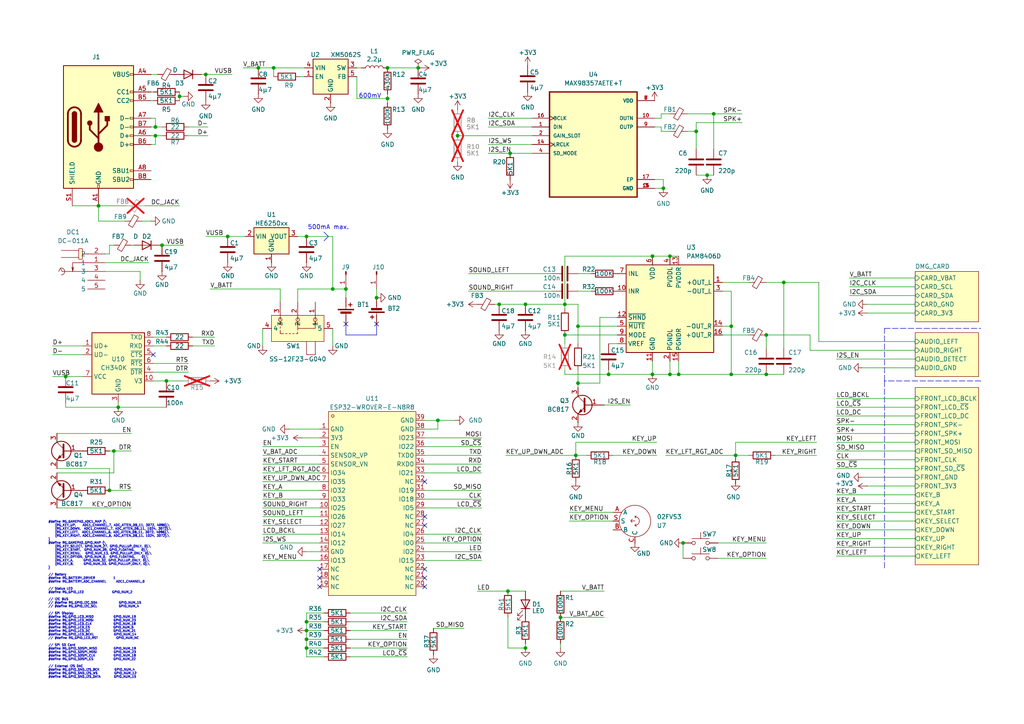
<source format=kicad_sch>
(kicad_sch (version 20231120) (generator "eeschema") (generator_version "8.0")
  (paper "A4")
  (junction (at 144.78 88.265))
  (junction (at 205.105 50.8))
  (junction (at 194.31 108.585))
  (junction (at 74.93 19.685))
  (junction (at 222.25 108.585))
  (junction (at 112.395 28.575) (diameter 0.9144))
  (junction (at 100.33 83.82))
  (junction (at 189.23 108.585))
  (junction (at 152.4 88.265))
  (junction (at 48.26 110.49))
  (junction (at 147.955 44.45))
  (junction (at 79.375 19.685))
  (junction (at 198.12 157.48))
  (junction (at 167.005 132.08))
  (junction (at 31.75 142.24))
  (junction (at 196.85 108.585))
  (junction (at 46.99 71.12))
  (junction (at 121.285 19.685) (diameter 0.9144))
  (junction (at 66.04 68.58))
  (junction (at 167.64 111.125))
  (junction (at 201.93 38.1))
  (junction (at 34.29 118.11))
  (junction (at 45.085 36.83))
  (junction (at 222.25 97.155))
  (junction (at 207.01 33.02))
  (junction (at 88.9 180.34))
  (junction (at 52.07 27.94))
  (junction (at 33.02 130.81))
  (junction (at 127 121.92))
  (junction (at 212.09 108.585))
  (junction (at 162.56 179.07))
  (junction (at 163.83 88.265))
  (junction (at 88.9 187.96))
  (junction (at 59.69 21.59))
  (junction (at 167.64 94.615))
  (junction (at 28.575 59.69))
  (junction (at 213.36 132.08))
  (junction (at 227.33 81.915))
  (junction (at 212.09 94.615))
  (junction (at 109.22 86.36))
  (junction (at 189.23 74.295))
  (junction (at 88.9 185.42))
  (junction (at 163.83 97.155))
  (junction (at 194.31 74.295))
  (junction (at 88.9 182.88))
  (junction (at 152.4 187.96))
  (junction (at 147.32 171.45))
  (junction (at 88.9 68.58))
  (junction (at 19.05 109.22))
  (junction (at 176.53 108.585))
  (junction (at 96.52 83.82))
  (junction (at 192.405 54.61))
  (junction (at 132.715 39.37))
  (junction (at 112.395 19.685))
  (junction (at 45.085 39.37))
  (no_connect (at 92.71 170.18))
  (no_connect (at 123.19 165.1))
  (no_connect (at 92.71 167.64))
  (no_connect (at 109.22 93.98))
  (no_connect (at 100.33 93.98))
  (no_connect (at 123.19 149.86))
  (no_connect (at 123.19 167.64))
  (no_connect (at 92.71 165.1))
  (no_connect (at 123.19 170.18))
  (no_connect (at 123.19 152.4))
  (no_connect (at 123.19 139.7))
  (no_connect (at 44.45 102.87))
  (wire (pts (xy 76.2 154.94) (xy 92.71 154.94)))
  (wire (pts (xy 123.19 124.46) (xy 127 124.46)))
  (wire (pts (xy 177.8 132.08) (xy 190.5 132.08)))
  (wire (pts (xy 213.36 132.08) (xy 217.17 132.08)))
  (wire (pts (xy 86.36 83.82) (xy 96.52 83.82)))
  (wire (pts (xy 191.77 33.02) (xy 191.77 34.29)))
  (wire (pts (xy 38.1 71.12) (xy 38.735 71.12)))
  (wire (pts (xy 147.955 44.45) (xy 154.305 44.45)))
  (wire (pts (xy 31.75 142.24) (xy 38.1 142.24)))
  (wire (pts (xy 76.2 95.25) (xy 76.2 100.33)))
  (wire (pts (xy 79.375 19.685) (xy 88.265 19.685)))
  (wire (pts (xy 242.57 115.57) (xy 265.43 115.57)))
  (wire (pts (xy 45.085 34.29) (xy 45.085 36.83)))
  (wire (pts (xy 44.45 110.49) (xy 48.26 110.49)))
  (wire (pts (xy 246.38 85.725) (xy 265.43 85.725)))
  (wire (pts (xy 163.83 99.695) (xy 163.83 97.155)))
  (wire (pts (xy 38.1 147.32) (xy 16.51 147.32)))
  (wire (pts (xy 96.52 68.58) (xy 96.52 83.82)))
  (wire (pts (xy 190.5 128.27) (xy 167.005 128.27)))
  (wire (pts (xy 207.01 33.02) (xy 207.01 43.18)))
  (wire (pts (xy 53.34 27.94) (xy 52.07 27.94)))
  (wire (pts (xy 31.75 71.12) (xy 31.75 73.66)))
  (wire (pts (xy 242.57 143.51) (xy 265.43 143.51)))
  (wire (pts (xy 52.07 27.94) (xy 52.07 29.21)))
  (wire (pts (xy 167.64 84.455) (xy 171.45 84.455)))
  (wire (pts (xy 87.63 127) (xy 92.71 127)))
  (wire (pts (xy 201.93 35.56) (xy 215.265 35.56)))
  (wire (pts (xy 76.2 162.56) (xy 92.71 162.56)))
  (wire (pts (xy 189.23 74.295) (xy 194.31 74.295)))
  (wire (pts (xy 28.575 59.69) (xy 36.83 59.69)))
  (wire (pts (xy 44.45 100.33) (xy 48.26 100.33)))
  (wire (pts (xy 59.69 21.59) (xy 67.31 21.59)))
  (wire (pts (xy 70.485 19.685) (xy 74.93 19.685)))
  (wire (pts (xy 123.19 154.94) (xy 139.7 154.94)))
  (wire (pts (xy 101.6 187.96) (xy 118.11 187.96)))
  (wire (pts (xy 138.43 171.45) (xy 147.32 171.45)))
  (wire (pts (xy 242.57 161.29) (xy 265.43 161.29)))
  (wire (pts (xy 43.815 21.59) (xy 45.72 21.59)))
  (wire (pts (xy 86.36 68.58) (xy 88.9 68.58)))
  (wire (pts (xy 55.88 100.33) (xy 62.23 100.33)))
  (wire (pts (xy 141.605 44.45) (xy 147.955 44.45)))
  (wire (pts (xy 123.19 134.62) (xy 139.7 134.62)))
  (wire (pts (xy 30.48 76.2) (xy 43.18 76.2)))
  (wire (pts (xy 53.34 110.49) (xy 48.26 110.49)))
  (wire (pts (xy 20.955 59.69) (xy 28.575 59.69)))
  (polyline (pts (xy 93.98 67.31) (xy 95.25 68.58)))
  (wire (pts (xy 93.98 185.42) (xy 88.9 185.42)))
  (wire (pts (xy 242.57 128.27) (xy 265.43 128.27)))
  (wire (pts (xy 123.19 129.54) (xy 139.7 129.54)))
  (wire (pts (xy 147.32 179.07) (xy 147.32 187.96)))
  (wire (pts (xy 162.56 171.45) (xy 175.26 171.45)))
  (wire (pts (xy 44.45 105.41) (xy 54.61 105.41)))
  (wire (pts (xy 123.19 162.56) (xy 139.7 162.56)))
  (wire (pts (xy 189.865 52.07) (xy 192.405 52.07)))
  (wire (pts (xy 76.2 139.7) (xy 92.71 139.7)))
  (wire (pts (xy 265.43 99.06) (xy 237.49 99.06)))
  (wire (pts (xy 167.005 132.08) (xy 170.18 132.08)))
  (wire (pts (xy 30.48 78.74) (xy 40.64 78.74)))
  (wire (pts (xy 112.395 28.575) (xy 112.395 29.845)))
  (wire (pts (xy 88.9 182.88) (xy 88.9 185.42)))
  (wire (pts (xy 127 124.46) (xy 127 121.92)))
  (wire (pts (xy 76.2 132.08) (xy 92.71 132.08)))
  (wire (pts (xy 147.32 171.45) (xy 152.4 171.45)))
  (wire (pts (xy 222.25 108.585) (xy 227.33 108.585)))
  (wire (pts (xy 76.2 152.4) (xy 92.71 152.4)))
  (wire (pts (xy 194.31 33.02) (xy 191.77 33.02)))
  (wire (pts (xy 165.1 151.13) (xy 177.8 151.13)))
  (wire (pts (xy 31.75 130.81) (xy 33.02 130.81)))
  (wire (pts (xy 154.305 41.91) (xy 141.605 41.91)))
  (wire (pts (xy 15.24 109.22) (xy 19.05 109.22)))
  (wire (pts (xy 176.53 99.695) (xy 179.07 99.695)))
  (wire (pts (xy 242.57 104.14) (xy 265.43 104.14)))
  (wire (pts (xy 199.39 33.02) (xy 207.01 33.02)))
  (wire (pts (xy 16.51 135.89) (xy 31.75 135.89)))
  (wire (pts (xy 234.95 101.6) (xy 234.95 97.155)))
  (wire (pts (xy 208.28 157.48) (xy 222.25 157.48)))
  (polyline (pts (xy 256.54 95.25) (xy 284.48 95.25)) (stroke (width 0) (type dash)))
  (wire (pts (xy 54.61 36.83) (xy 60.325 36.83)))
  (wire (pts (xy 189.23 104.775) (xy 189.23 108.585)))
  (wire (pts (xy 234.95 97.155) (xy 222.25 97.155)))
  (wire (pts (xy 19.05 118.11) (xy 19.05 116.84)))
  (wire (pts (xy 167.64 94.615) (xy 167.64 99.695)))
  (wire (pts (xy 189.23 108.585) (xy 176.53 108.585)))
  (wire (pts (xy 125.73 182.245) (xy 134.62 182.245)))
  (wire (pts (xy 242.57 120.65) (xy 265.43 120.65)))
  (wire (pts (xy 93.98 190.5) (xy 88.9 190.5)))
  (wire (pts (xy 15.24 102.87) (xy 24.13 102.87)))
  (wire (pts (xy 135.89 84.455) (xy 160.02 84.455)))
  (wire (pts (xy 123.19 137.16) (xy 139.7 137.16)))
  (wire (pts (xy 88.9 160.02) (xy 92.71 160.02)))
  (wire (pts (xy 147.32 187.96) (xy 152.4 187.96)))
  (wire (pts (xy 167.005 128.27) (xy 167.005 132.08)))
  (wire (pts (xy 123.19 121.92) (xy 127 121.92)))
  (wire (pts (xy 173.99 111.125) (xy 173.99 92.075)))
  (wire (pts (xy 123.19 132.08) (xy 139.7 132.08)))
  (wire (pts (xy 213.36 128.27) (xy 213.36 132.08)))
  (wire (pts (xy 163.83 74.295) (xy 189.23 74.295)))
  (wire (pts (xy 242.57 130.81) (xy 265.43 130.81)))
  (wire (pts (xy 45.085 39.37) (xy 45.085 41.91)))
  (wire (pts (xy 176.53 107.315) (xy 176.53 108.585)))
  (wire (pts (xy 207.01 33.02) (xy 215.265 33.02)))
  (wire (pts (xy 31.75 73.66) (xy 30.48 73.66)))
  (wire (pts (xy 242.57 146.05) (xy 265.43 146.05)))
  (wire (pts (xy 242.57 125.73) (xy 265.43 125.73)))
  (wire (pts (xy 167.64 111.125) (xy 167.64 112.395)))
  (wire (pts (xy 76.2 142.24) (xy 92.71 142.24)))
  (wire (pts (xy 212.09 108.585) (xy 222.25 108.585)))
  (wire (pts (xy 250.19 106.68) (xy 265.43 106.68)))
  (wire (pts (xy 33.02 130.81) (xy 33.02 137.16)))
  (wire (pts (xy 15.24 100.33) (xy 24.13 100.33)))
  (wire (pts (xy 76.2 147.32) (xy 92.71 147.32)))
  (wire (pts (xy 209.55 97.155) (xy 217.17 97.155)))
  (wire (pts (xy 191.77 36.83) (xy 189.865 36.83)))
  (wire (pts (xy 93.98 182.88) (xy 88.9 182.88)))
  (wire (pts (xy 196.85 108.585) (xy 212.09 108.585)))
  (wire (pts (xy 55.88 97.79) (xy 62.23 97.79)))
  (wire (pts (xy 167.64 88.265) (xy 163.83 88.265)))
  (wire (pts (xy 179.07 94.615) (xy 167.64 94.615)))
  (wire (pts (xy 43.815 39.37) (xy 45.085 39.37)))
  (wire (pts (xy 93.98 180.34) (xy 88.9 180.34)))
  (wire (pts (xy 45.085 36.83) (xy 46.99 36.83)))
  (wire (pts (xy 167.64 79.375) (xy 171.45 79.375)))
  (wire (pts (xy 43.815 36.83) (xy 45.085 36.83)))
  (wire (pts (xy 76.2 157.48) (xy 92.71 157.48)))
  (wire (pts (xy 212.09 84.455) (xy 212.09 94.615)))
  (wire (pts (xy 43.815 29.21) (xy 44.45 29.21)))
  (wire (pts (xy 81.28 87.63) (xy 81.28 83.82)))
  (wire (pts (xy 192.405 52.07) (xy 192.405 54.61)))
  (wire (pts (xy 163.83 97.155) (xy 179.07 97.155)))
  (wire (pts (xy 28.575 59.69) (xy 28.575 64.135)))
  (wire (pts (xy 101.6 182.88) (xy 118.11 182.88)))
  (wire (pts (xy 93.98 177.8) (xy 88.9 177.8)))
  (wire (pts (xy 88.9 187.96) (xy 88.9 185.42)))
  (wire (pts (xy 246.38 83.185) (xy 265.43 83.185)))
  (wire (pts (xy 36.195 64.135) (xy 28.575 64.135)))
  (wire (pts (xy 44.45 97.79) (xy 48.26 97.79)))
  (wire (pts (xy 162.56 179.07) (xy 175.26 179.07)))
  (wire (pts (xy 251.46 88.265) (xy 265.43 88.265)))
  (wire (pts (xy 58.42 21.59) (xy 59.69 21.59)))
  (wire (pts (xy 196.85 104.775) (xy 196.85 108.585)))
  (wire (pts (xy 86.36 83.82) (xy 86.36 87.63)))
  (wire (pts (xy 46.99 71.12) (xy 53.34 71.12)))
  (wire (pts (xy 76.2 137.16) (xy 92.71 137.16)))
  (wire (pts (xy 86.995 22.225) (xy 88.265 22.225)))
  (wire (pts (xy 167.64 111.125) (xy 173.99 111.125)))
  (wire (pts (xy 194.31 38.1) (xy 191.77 38.1)))
  (wire (pts (xy 127 121.92) (xy 132.08 121.92)))
  (wire (pts (xy 237.49 99.06) (xy 237.49 81.915)))
  (wire (pts (xy 43.815 64.135) (xy 41.275 64.135)))
  (wire (pts (xy 224.79 132.08) (xy 236.855 132.08)))
  (wire (pts (xy 242.57 133.35) (xy 265.43 133.35)))
  (wire (pts (xy 76.2 134.62) (xy 92.71 134.62)))
  (wire (pts (xy 201.93 38.1) (xy 201.93 43.18)))
  (wire (pts (xy 242.57 118.11) (xy 265.43 118.11)))
  (wire (pts (xy 123.19 157.48) (xy 139.7 157.48)))
  (wire (pts (xy 167.64 107.315) (xy 167.64 111.125)))
  (wire (pts (xy 109.22 83.82) (xy 109.22 86.36)))
  (wire (pts (xy 242.57 158.75) (xy 265.43 158.75)))
  (wire (pts (xy 33.02 71.12) (xy 31.75 71.12)))
  (polyline (pts (xy 100.33 97.155) (xy 109.22 97.155)))
  (wire (pts (xy 101.6 185.42) (xy 118.11 185.42)))
  (wire (pts (xy 76.2 149.86) (xy 92.71 149.86)))
  (wire (pts (xy 31.75 135.89) (xy 31.75 142.24)))
  (wire (pts (xy 175.26 117.475) (xy 182.88 117.475)))
  (wire (pts (xy 163.83 107.315) (xy 163.83 108.585)))
  (wire (pts (xy 46.355 71.12) (xy 46.99 71.12)))
  (wire (pts (xy 48.26 118.11) (xy 34.29 118.11)))
  (wire (pts (xy 152.4 88.265) (xy 163.83 88.265)))
  (wire (pts (xy 144.78 88.265) (xy 152.4 88.265)))
  (wire (pts (xy 43.815 26.67) (xy 44.45 26.67)))
  (wire (pts (xy 250.19 138.43) (xy 265.43 138.43)))
  (wire (pts (xy 208.28 161.925) (xy 222.25 161.925)))
  (wire (pts (xy 132.715 39.37) (xy 154.305 39.37)))
  (wire (pts (xy 242.57 135.89) (xy 265.43 135.89)))
  (wire (pts (xy 251.46 140.97) (xy 265.43 140.97)))
  (wire (pts (xy 196.85 108.585) (xy 194.31 108.585)))
  (wire (pts (xy 101.6 180.34) (xy 118.11 180.34)))
  (wire (pts (xy 201.93 50.8) (xy 205.105 50.8)))
  (wire (pts (xy 189.865 54.61) (xy 192.405 54.61)))
  (wire (pts (xy 165.1 148.59) (xy 177.8 148.59)))
  (wire (pts (xy 222.25 81.915) (xy 227.33 81.915)))
  (wire (pts (xy 198.12 157.48) (xy 198.12 161.925)))
  (wire (pts (xy 201.93 35.56) (xy 201.93 38.1)))
  (wire (pts (xy 194.31 104.775) (xy 194.31 108.585)))
  (wire (pts (xy 196.85 74.295) (xy 194.31 74.295)))
  (wire (pts (xy 227.33 81.915) (xy 227.33 100.965)))
  (wire (pts (xy 101.6 190.5) (xy 118.11 190.5)))
  (wire (pts (xy 242.57 123.19) (xy 265.43 123.19)))
  (wire (pts (xy 88.9 180.34) (xy 88.9 182.88)))
  (wire (pts (xy 88.9 190.5) (xy 88.9 187.96)))
  (wire (pts (xy 173.99 92.075) (xy 179.07 92.075)))
  (wire (pts (xy 59.69 68.58) (xy 66.04 68.58)))
  (wire (pts (xy 96.52 95.25) (xy 96.52 100.33)))
  (wire (pts (xy 100.33 86.36) (xy 100.33 83.82)))
  (wire (pts (xy 212.09 94.615) (xy 209.55 94.615)))
  (wire (pts (xy 45.085 39.37) (xy 46.99 39.37)))
  (polyline (pts (xy 100.33 93.98) (xy 100.33 97.155)))
  (wire (pts (xy 167.64 94.615) (xy 167.64 88.265)))
  (wire (pts (xy 242.57 148.59) (xy 265.43 148.59)))
  (wire (pts (xy 209.55 84.455) (xy 212.09 84.455)))
  (wire (pts (xy 43.815 34.29) (xy 45.085 34.29)))
  (wire (pts (xy 88.9 68.58) (xy 96.52 68.58)))
  (wire (pts (xy 44.45 107.95) (xy 54.61 107.95)))
  (wire (pts (xy 76.2 144.78) (xy 92.71 144.78)))
  (wire (pts (xy 103.505 22.225) (xy 103.505 28.575)))
  (wire (pts (xy 101.6 177.8) (xy 118.11 177.8)))
  (wire (pts (xy 194.31 108.585) (xy 189.23 108.585)))
  (wire (pts (xy 76.2 129.54) (xy 92.71 129.54)))
  (wire (pts (xy 34.29 118.11) (xy 19.05 118.11)))
  (wire (pts (xy 191.77 38.1) (xy 191.77 36.83)))
  (wire (pts (xy 152.4 187.96) (xy 152.4 186.69)))
  (wire (pts (xy 251.46 90.805) (xy 265.43 90.805)))
  (wire (pts (xy 123.19 144.78) (xy 139.7 144.78)))
  (wire (pts (xy 19.05 109.22) (xy 24.13 109.22)))
  (wire (pts (xy 237.49 81.915) (xy 227.33 81.915)))
  (wire (pts (xy 16.51 125.73) (xy 38.1 125.73)))
  (polyline (pts (xy 93.98 69.85) (xy 95.25 68.58)))
  (wire (pts (xy 104.775 19.685) (xy 103.505 19.685)))
  (wire (pts (xy 79.375 19.685) (xy 79.375 22.225)))
  (polyline (pts (xy 256.54 110.49) (xy 256.54 95.25)) (stroke (width 0) (type dash)))
  (wire (pts (xy 191.77 34.29) (xy 189.865 34.29)))
  (wire (pts (xy 112.395 19.685) (xy 121.285 19.685)))
  (wire (pts (xy 242.57 151.13) (xy 265.43 151.13)))
  (wire (pts (xy 34.29 118.11) (xy 34.29 116.84)))
  (wire (pts (xy 66.04 68.58) (xy 71.12 68.58)))
  (wire (pts (xy 121.92 19.685) (xy 121.285 19.685)))
  (wire (pts (xy 205.105 50.8) (xy 207.01 50.8)))
  (wire (pts (xy 146.685 132.08) (xy 167.005 132.08)))
  (wire (pts (xy 236.855 128.27) (xy 213.36 128.27)))
  (wire (pts (xy 154.305 36.83) (xy 141.605 36.83)))
  (wire (pts (xy 96.52 83.82) (xy 100.33 83.82)))
  (wire (pts (xy 163.83 74.295) (xy 163.83 88.265)))
  (wire (pts (xy 41.91 59.69) (xy 52.07 59.69)))
  (wire (pts (xy 209.55 81.915) (xy 217.17 81.915)))
  (wire (pts (xy 246.38 80.645) (xy 265.43 80.645)))
  (wire (pts (xy 265.43 101.6) (xy 234.95 101.6)))
  (wire (pts (xy 163.83 88.265) (xy 163.83 89.535)))
  (wire (pts (xy 88.9 177.8) (xy 88.9 180.34)))
  (wire (pts (xy 54.61 39.37) (xy 60.325 39.37)))
  (wire (pts (xy 163.83 108.585) (xy 176.53 108.585)))
  (wire (pts (xy 154.305 34.29) (xy 141.605 34.29)))
  (wire (pts (xy 193.04 132.08) (xy 213.36 132.08)))
  (wire (pts (xy 33.02 130.81) (xy 38.1 130.81)))
  (polyline (pts (xy 284.48 110.49) (xy 256.54 110.49)) (stroke (width 0) (type dash)))
  (wire (pts (xy 213.36 140.335) (xy 213.36 139.7)))
  (wire (pts (xy 74.93 19.685) (xy 79.375 19.685)))
  (wire (pts (xy 60.96 83.82) (xy 81.28 83.82)))
  (wire (pts (xy 242.57 156.21) (xy 265.43 156.21)))
  (wire (pts (xy 103.505 28.575) (xy 112.395 28.575)))
  (polyline (pts (xy 109.22 93.98) (xy 109.22 97.155)))
  (wire (pts (xy 123.19 160.02) (xy 139.7 160.02)))
  (wire (pts (xy 162.56 187.96) (xy 162.56 186.69)))
  (wire (pts (xy 123.19 147.32) (xy 139.7 147.32)))
  (wire (pts (xy 43.815 41.91) (xy 45.085 41.91)))
  (wire (pts (xy 83.82 124.46) (xy 92.71 124.46)))
  (wire (pts (xy 112.395 27.305) (xy 112.395 28.575)))
  (wire (pts (xy 143.51 88.265) (xy 144.78 88.265)))
  (wire (pts (xy 16.51 137.16) (xy 33.02 137.16)))
  (wire (pts (xy 123.19 127) (xy 139.7 127)))
  (wire (pts (xy 123.19 142.24) (xy 139.7 142.24)))
  (wire (pts (xy 135.89 79.375) (xy 160.02 79.375)))
  (wire (pts (xy 199.39 38.1) (xy 201.93 38.1)))
  (wire (pts (xy 242.57 153.67) (xy 265.43 153.67)))
  (wire (pts (xy 93.98 187.96) (xy 88.9 187.96)))
  (wire (pts (xy 40.64 81.28) (xy 40.64 78.74)))
  (wire (pts (xy 213.36 132.715) (xy 213.36 132.08)))
  (wire (pts (xy 222.25 97.155) (xy 222.25 100.965)))
  (wire (pts (xy 52.07 26.67) (xy 52.07 27.94)))
  (polyline (pts (xy 256.54 110.49) (xy 256.54 165.1)) (stroke (width 0) (type dash)))
  (wire (pts (xy 212.09 94.615) (xy 212.09 108.585)))
  (text "600mV" (at 107.315 27.94 0) (effects (font (size 1.27 1.27))))
  (text "#define RG_GAMEPAD_ADC1_MAP {\\\n    {RG_KEY_UP,    ADC1_CHANNEL_7, ADC_ATTEN_DB_11, 3072, 4096},\\\n    {RG_KEY_DOWN,  ADC1_CHANNEL_7, ADC_ATTEN_DB_11, 1024, 3072},\\\n    {RG_KEY_LEFT,  ADC1_CHANNEL_6, ADC_ATTEN_DB_11, 3072, 4096},\\\n    {RG_KEY_RIGHT, ADC1_CHANNEL_6, ADC_ATTEN_DB_11, 1024, 3072},\\\n}\n#define RG_GAMEPAD_GPIO_MAP {\\\n    {RG_KEY_SELECT, GPIO_NUM_27, GPIO_PULLUP_ONLY, 0},\\\n    {RG_KEY_START,  GPIO_NUM_39, GPIO_FLOATING,    0},\\\n    {RG_KEY_MENU,   GPIO_NUM_13, GPIO_PULLUP_ONLY, 0},\\\n    {RG_KEY_OPTION, GPIO_NUM_0,  GPIO_FLOATING,    0},\\\n    {RG_KEY_A,      GPIO_NUM_32, GPIO_PULLUP_ONLY, 0},\\\n    {RG_KEY_B,      GPIO_NUM_33, GPIO_PULLUP_ONLY, 0},\\\n}\n\n// Battery\n#define RG_BATTERY_DRIVER           1\n#define RG_BATTERY_ADC_CHANNEL      ADC1_CHANNEL_0\n\n// Status LED\n#define RG_GPIO_LED                 GPIO_NUM_2\n\n// I2C BUS\n// #define RG_GPIO_I2C_SDA             GPIO_NUM_15\n// #define RG_GPIO_I2C_SCL             GPIO_NUM_4\n\n// SPI Display\n#define RG_GPIO_LCD_MISO            GPIO_NUM_19\n#define RG_GPIO_LCD_MOSI            GPIO_NUM_23\n#define RG_GPIO_LCD_CLK             GPIO_NUM_18\n#define RG_GPIO_LCD_CS              GPIO_NUM_5\n#define RG_GPIO_LCD_DC              GPIO_NUM_21\n#define RG_GPIO_LCD_BCKL            GPIO_NUM_14\n// #define RG_GPIO_LCD_RST           GPIO_NUM_NC\n\n// SPI SD Card\n#define RG_GPIO_SDSPI_MISO          GPIO_NUM_19\n#define RG_GPIO_SDSPI_MOSI          GPIO_NUM_23\n#define RG_GPIO_SDSPI_CLK           GPIO_NUM_18\n#define RG_GPIO_SDSPI_CS            GPIO_NUM_22\n\n// External I2S DAC\n#define RG_GPIO_SND_I2S_BCK         GPIO_NUM_4\n#define RG_GPIO_SND_I2S_WS          GPIO_NUM_12\n#define RG_GPIO_SND_I2S_DATA        GPIO_NUM_15" (at 13.97 173.99 0) (effects (font (size 0.635 0.635)) (justify left)))
  (text "500mA max." (at 95.25 66.04 0) (effects (font (size 1.27 1.27))))
  (label "I2C_SDA" (at 246.38 85.725 0))
  (label "V_BATT" (at 175.26 171.45 180))
  (label "KEY_LFT_RGT_ADC" (at 76.2 137.16 0))
  (label "VUSB" (at 15.24 109.22 0))
  (label "I2C_CLK" (at 141.605 34.29 0))
  (label "RXD" (at 62.23 97.79 180))
  (label "DTR" (at 54.61 107.95 180))
  (label "KEY_RIGHT" (at 236.855 132.08 180))
  (label "V_BAT_ADC" (at 175.26 179.07 180))
  (label "I2C_CLK" (at 139.7 154.94 180))
  (label "VUSB" (at 59.69 68.58 0))
  (label "D+" (at 15.24 100.33 0))
  (label "CLK" (at 139.7 144.78 180))
  (label "SD_MISO" (at 139.7 142.24 180))
  (label "SPK+" (at 242.57 125.73 0))
  (label "TXD" (at 62.23 100.33 180))
  (label "EN" (at 76.2 129.54 0))
  (label "LED" (at 138.43 171.45 0))
  (label "EN" (at 38.1 125.73 180))
  (label "KEY_RIGHT" (at 242.57 158.75 0))
  (label "RXD" (at 139.7 134.62 180))
  (label "I2S_EN" (at 141.605 44.45 0))
  (label "KEY_LEFT" (at 236.855 128.27 180))
  (label "KEY_UP_DWN_ADC" (at 76.2 139.7 0))
  (label "SOUND_LEFT" (at 135.89 79.375 0))
  (label "I2C_SDA" (at 141.605 36.83 0))
  (label "KEY_DOWN" (at 190.5 132.08 180))
  (label "MOSI" (at 139.7 127 180))
  (label "SPK-" (at 215.265 33.02 180))
  (label "DTR" (at 38.1 130.81 180))
  (label "KEY_LEFT" (at 242.57 161.29 0))
  (label "LCD_BCKL" (at 76.2 154.94 0))
  (label "KEY_SELECT" (at 76.2 152.4 0))
  (label "SOUND_LEFT" (at 76.2 149.86 0))
  (label "EN" (at 118.11 185.42 180))
  (label "LCD_DC" (at 139.7 137.16 180))
  (label "SD_MISO" (at 242.57 130.81 0))
  (label "LED" (at 139.7 160.02 180))
  (label "TXD" (at 139.7 132.08 180))
  (label "DC_JACK" (at 43.18 76.2 180))
  (label "LCD_BCKL" (at 242.57 115.57 0))
  (label "KEY_B" (at 242.57 143.51 0))
  (label "KEY_OPTION" (at 165.1 151.13 0))
  (label "KEY_OPTION" (at 222.25 161.925 180))
  (label "KEY_A" (at 76.2 142.24 0))
  (label "I2S_WS" (at 141.605 41.91 0))
  (label "SD_MISO" (at 134.62 182.245 180))
  (label "V_BATT" (at 70.485 19.685 0))
  (label "SD_~{CS}" (at 139.7 129.54 180))
  (label "KEY_MENU" (at 165.1 148.59 0))
  (label "KEY_UP" (at 190.5 128.27 180))
  (label "CLK" (at 242.57 133.35 0))
  (label "D-" (at 15.24 102.87 0))
  (label "I2C_SDA" (at 118.11 180.34 180))
  (label "RTS" (at 38.1 142.24 180))
  (label "MOSI" (at 242.57 128.27 0))
  (label "I2S_WS" (at 76.2 157.48 0))
  (label "KEY_A" (at 242.57 146.05 0))
  (label "I2C_CLK" (at 246.38 83.185 0))
  (label "KEY_UP_DWN_ADC" (at 146.685 132.08 0))
  (label "RTS" (at 54.61 105.41 180))
  (label "SPK-" (at 242.57 123.19 0))
  (label "V_BATT" (at 60.96 83.82 0))
  (label "KEY_MENU" (at 76.2 162.56 0))
  (label "VUSB" (at 53.34 71.12 180))
  (label "KEY_MENU" (at 222.25 157.48 180))
  (label "LCD_DC" (at 242.57 120.65 0))
  (label "V_BAT_ADC" (at 76.2 132.08 0))
  (label "I2C_SDA" (at 139.7 162.56 180))
  (label "KEY_OPTION" (at 38.1 147.32 180))
  (label "KEY_LFT_RGT_ADC" (at 193.04 132.08 0))
  (label "SOUND_RIGHT" (at 76.2 147.32 0))
  (label "LCD_~{CS}" (at 139.7 147.32 180))
  (label "SOUND_RIGHT" (at 135.89 84.455 0))
  (label "KEY_SELECT" (at 242.57 151.13 0))
  (label "LCD_~{CS}" (at 242.57 118.11 0))
  (label "SD_~{CS}" (at 242.57 135.89 0))
  (label "KEY_OPTION" (at 139.7 157.48 180))
  (label "KEY_B" (at 76.2 144.78 0))
  (label "D-" (at 60.325 36.83 180))
  (label "I2S_EN" (at 242.57 104.14 0))
  (label "V_BATT" (at 246.38 80.645 0))
  (label "SPK+" (at 215.265 35.56 180))
  (label "KEY_START" (at 242.57 148.59 0))
  (label "I2S_EN" (at 182.88 117.475 180))
  (label "KEY_START" (at 118.11 182.88 180))
  (label "KEY_OPTION" (at 118.11 187.96 180))
  (label "DC_JACK" (at 52.07 59.69 180))
  (label "KEY_START" (at 76.2 134.62 0))
  (label "I2C_CLK" (at 118.11 177.8 180))
  (label "KEY_DOWN" (at 242.57 153.67 0))
  (label "KEY_UP" (at 242.57 156.21 0))
  (label "LCD_~{CS}" (at 118.11 190.5 180))
  (label "D+" (at 60.325 39.37 180))
  (label "VUSB" (at 67.31 21.59 180))
  (symbol (lib_id "Device:FerriteBead_Small") (at 196.85 38.1 90) (unit 1)
    (property "Reference" "FB2" (at 194.31 36.83 90))
    (property "Value" "FerriteBead_Small" (effects (hide yes)))
    (property "Footprint" "Inductor_SMD:L_0805_2012Metric" (effects (hide yes)))
  )
  (symbol (lib_id "Device:LED") (at 152.4 175.26 270) (mirror x) (unit 1)
    (property "Reference" "D1" (at 154.305 175.26 90) (effects (justify left)))
    (property "Value" "LED" (at 154.305 177.165 90) (effects (justify left)))
    (property "Footprint" "LED_SMD:LED_0603_1608Metric" (effects (hide yes)))
    (property "Description" "Light emitting diode" (effects (hide yes)))
  )
  (symbol (lib_id "power:+3V3") (at 251.46 140.97 90) (mirror x) (unit 1)
    (property "Reference" "#PWR026" (effects (hide yes)))
    (property "Value" "+3V3" (at 247.523 140.208 90) (effects (justify left)))
  )
  (symbol (lib_id "easyeda2kicad:DC-011A") (at 24.13 76.2 0) (unit 1)
    (property "Reference" "DC1" (at 21.21 67.31 0))
    (property "Value" "DC-011A" (at 21.21 69.85 0))
    (property "Footprint" "easyeda2kicad:DC-IN-TH_DC-011A" (effects (hide yes)))
    (property "Datasheet" "https://www.lcsc.com/datasheet/lcsc_datasheet_2110111230_XKB-Connection-DC-011A_C480366.pdf" (effects (hide yes)))
    (property "LCSC Part" "C480366" (effects (hide yes)))
  )
  (symbol (lib_id "Connector:Conn_01x01_Pin") (at 100.33 78.74 270) (unit 1)
    (property "Reference" "J9" (at 99.06 77.47 90) (effects (justify left)))
    (property "Value" "Conn_01x01_Pin" (effects (hide yes)))
    (property "Footprint" "TheBrutzlers_Lib:NINTENDO_PLUS" (effects (hide yes)))
    (property "Description" "Generic connector, single row, 01x01, script generated" (effects (hide yes)))
  )
  (symbol (lib_id "Device:C") (at 19.05 113.03 0) (unit 1)
    (property "Reference" "C11" (at 19.05 111.125 0) (effects (justify left)))
    (property "Value" "4µ7" (at 19.05 115.57 0) (effects (justify left)))
    (property "Footprint" "Capacitor_SMD:C_1206_3216Metric" (effects (hide yes)))
  )
  (symbol (lib_id "Device:C") (at 59.69 25.4 0) (unit 1)
    (property "Reference" "C2" (at 60.325 23.495 0) (effects (justify left)))
    (property "Value" "4µ7" (at 60.325 27.94 0) (effects (justify left)))
    (property "Footprint" "Capacitor_SMD:C_1206_3216Metric" (effects (hide yes)))
  )
  (symbol (lib_id "Device:R") (at 163.83 93.345 0) (unit 1)
    (property "Reference" "R11" (at 158.75 92.075 0) (effects (justify left)))
    (property "Value" "5K1" (at 158.75 93.9801 0) (effects (justify left)))
    (property "Footprint" "Resistor_SMD:R_0603_1608Metric" (effects (hide yes)))
    (property "LCSC" "C26000" (effects (hide yes)))
  )
  (symbol (lib_id "Regulator_Switching:TLV62568DBV") (at 95.885 22.225 0) (unit 1)
    (property "Reference" "U2" (at 91.44 15.875 0))
    (property "Value" "XM5062S" (at 100.33 15.875 0))
    (property "Footprint" "Package_TO_SOT_SMD:SOT-23-5" (effects (hide yes)))
    (property "Datasheet" "https://datasheet.lcsc.com/lcsc/2111231130_XySemi-XM5062S-ADJ_C2924930.pdf" (effects (hide yes)))
    (property "LCSC" "C2924930" (effects (hide yes)))
  )
  (symbol (lib_id "Device:R") (at 50.8 39.37 90) (unit 1)
    (property "Reference" "R7" (at 50.8 41.275 90))
    (property "Value" "22" (at 50.8 39.37 90))
    (property "Footprint" "Resistor_SMD:R_0603_1608Metric_Pad0.98x0.95mm_HandSolder" (effects (hide yes)))
  )
  (symbol (lib_id "Device:R") (at 52.07 100.33 270) (unit 1)
    (property "Reference" "R44" (at 46.99 99.06 90))
    (property "Value" "22" (at 52.07 100.33 90))
    (property "Footprint" "Resistor_SMD:R_0603_1608Metric_Pad0.98x0.95mm_HandSolder" (effects (hide yes)))
  )
  (symbol (lib_id "Device:R") (at 97.79 185.42 270) (unit 1)
    (property "Reference" "R39" (at 91.44 184.15 90))
    (property "Value" "5K1" (at 97.79 185.42 90))
    (property "Footprint" "Resistor_SMD:R_0603_1608Metric_Pad0.98x0.95mm_HandSolder" (effects (hide yes)))
  )
  (symbol (lib_id "Device:R") (at 27.94 142.24 270) (unit 1)
    (property "Reference" "R31" (at 27.94 139.7 90))
    (property "Value" "5K1" (at 27.94 142.24 90))
    (property "Footprint" "Resistor_SMD:R_0603_1608Metric_Pad0.98x0.95mm_HandSolder" (effects (hide yes)))
  )
  (symbol (lib_id "Device:R") (at 97.79 190.5 270) (unit 1)
    (property "Reference" "R42" (at 91.44 189.23 90))
    (property "Value" "5K1" (at 97.79 190.5 90))
    (property "Footprint" "Resistor_SMD:R_0603_1608Metric_Pad0.98x0.95mm_HandSolder" (effects (hide yes)))
  )
  (symbol (lib_id "power:GND") (at 167.005 139.7 0) (unit 1)
    (property "Reference" "#PWR021" (effects (hide yes)))
    (property "Value" "GND" (at 167.005 144.145 0))
    (property "Description" "Power symbol creates a global label with name \"GND\" , ground" (effects (hide yes)))
  )
  (symbol (lib_id "power:GND") (at 167.64 122.555 0) (mirror y) (unit 1)
    (property "Reference" "#PWR014" (effects (hide yes)))
    (property "Value" "GND" (at 167.64 126.365 0))
  )
  (symbol (lib_id "Device:R") (at 152.4 182.88 0) (unit 1)
    (property "Reference" "R3" (at 150.495 182.88 90))
    (property "Value" "5K1" (at 152.4 182.88 90))
    (property "Footprint" "Resistor_SMD:R_0603_1608Metric_Pad0.98x0.95mm_HandSolder" (effects (hide yes)))
  )
  (symbol (lib_id "Regulator_Linear:HT75xx-1-SOT89") (at 78.74 71.12 0) (unit 1)
    (property "Reference" "U1" (at 78.74 62.23 0))
    (property "Value" "HE6250xx" (at 78.74 64.77 0))
    (property "Footprint" "Package_TO_SOT_SMD:SOT-89-3" (effects (hide yes)))
    (property "Datasheet" "https://www.lcsc.com/datasheet/lcsc_datasheet_2007271206_HEERMICR-HE6250MPR_C711940.pdf" (effects (hide yes)))
    (property "Description" "500mA Low Dropout Voltage Regulator, Fixed Output, SOT89" (effects (hide yes)))
    (property "LCSC" "C711940" (effects (hide yes)))
  )
  (symbol (lib_id "power:GND") (at 250.19 106.68 270) (mirror x) (unit 1)
    (property "Reference" "#PWR031" (effects (hide yes)))
    (property "Value" "GND" (at 245.11 106.68 90))
  )
  (symbol (lib_id "Device:FerriteBead_Small") (at 35.56 71.12 90) (unit 1)
    (property "Reference" "FB7" (at 34.29 68.58 90))
    (property "Value" "FerriteBead_Small" (effects (hide yes)))
    (property "Footprint" "Inductor_SMD:L_0805_2012Metric" (effects (hide yes)))
  )
  (symbol (lib_id "power:GND") (at 59.69 29.21 0) (unit 1)
    (property "Reference" "#PWR07" (effects (hide yes)))
    (property "Value" "GND" (at 59.69 33.655 0))
    (property "Description" "Power symbol creates a global label with name \"GND\" , ground" (effects (hide yes)))
  )
  (symbol (lib_id "power:GND") (at 162.56 187.96 0) (unit 1)
    (property "Reference" "#PWR02" (effects (hide yes)))
    (property "Value" "GND" (at 162.56 192.405 0))
    (property "Description" "Power symbol creates a global label with name \"GND\" , ground" (effects (hide yes)))
  )
  (symbol (lib_id "power:+3V3") (at 132.715 31.75 0) (unit 1)
    (property "Reference" "#PWR034" (effects (hide yes)))
    (property "Value" "+3V3" (at 132.715 27.94 0))
    (property "Description" "Power symbol creates a global label with name \"+3V3\"" (effects (hide yes)))
  )
  (symbol (lib_id "Device:C") (at 207.01 46.99 180) (unit 1)
    (property "Reference" "C7" (at 208.28 44.45 0) (effects (justify right)))
    (property "Value" "220p" (at 208.28 49.53 0) (effects (justify right)))
    (property "Footprint" "Capacitor_SMD:C_0603_1608Metric" (effects (hide yes)))
  )
  (symbol (lib_id "power:+3V3") (at 87.63 127 90) (unit 1)
    (property "Reference" "#PWR045" (effects (hide yes)))
    (property "Value" "+3V3" (at 83.82 127 90) (effects (justify left)))
    (property "Description" "Power symbol creates a global label with name \"+3V3\"" (effects (hide yes)))
  )
  (symbol (lib_id "Device:R") (at 52.07 97.79 270) (unit 1)
    (property "Reference" "R43" (at 46.99 96.52 90))
    (property "Value" "22" (at 52.07 97.79 90))
    (property "Footprint" "Resistor_SMD:R_0603_1608Metric_Pad0.98x0.95mm_HandSolder" (effects (hide yes)))
  )
  (symbol (lib_id "power:+3V3") (at 251.46 90.805 90) (unit 1)
    (property "Reference" "#PWR040" (effects (hide yes)))
    (property "Value" "+3V3" (at 248.285 90.8049 90) (effects (justify left)))
    (property "Description" "Power symbol creates a global label with name \"+3V3\"" (effects (hide yes)))
  )
  (symbol (lib_id "Device:C") (at 88.9 72.39 0) (unit 1)
    (property "Reference" "C3" (at 89.535 70.485 0) (effects (justify left)))
    (property "Value" "4µ7" (at 89.535 74.93 0) (effects (justify left)))
    (property "Footprint" "Capacitor_SMD:C_1206_3216Metric" (effects (hide yes)))
  )
  (symbol (lib_id "Device:C") (at 46.99 74.93 0) (unit 1)
    (property "Reference" "C19" (at 47.625 73.025 0) (effects (justify left)))
    (property "Value" "4µ7" (at 47.625 77.47 0) (effects (justify left)))
    (property "Footprint" "Capacitor_SMD:C_1206_3216Metric" (effects (hide yes)))
  )
  (symbol (lib_id "power:GND") (at 125.73 189.865 0) (unit 1)
    (property "Reference" "#PWR033" (effects (hide yes)))
    (property "Value" "GND" (at 125.73 194.31 0))
    (property "Description" "Power symbol creates a global label with name \"GND\" , ground" (effects (hide yes)))
  )
  (symbol (lib_id "Device:R") (at 163.83 103.505 0) (unit 1) (in_bom no) (dnp yes)
    (property "Reference" "R14" (at 157.48 103.505 0) (effects (justify left)))
    (property "Value" "5K1" (at 157.48 106.045 0) (effects (justify left)))
    (property "Footprint" "Resistor_SMD:R_0603_1608Metric" (effects (hide yes)))
    (property "LCSC" "C26000" (effects (hide yes)))
  )
  (symbol (lib_id "Transistor_BJT:BC817") (at 170.18 117.475 0) (mirror y) (unit 1)
    (property "Reference" "Q3" (at 165.1 116.2049 0) (effects (justify left)))
    (property "Value" "BC817" (at 165.1 118.7449 0) (effects (justify left)))
    (property "Footprint" "Package_TO_SOT_SMD:SOT-323_SC-70" (effects (hide yes)))
    (property "Datasheet" "https://www.onsemi.com/pub/Collateral/BC818-D.pdf" (effects (hide yes)))
    (property "Description" "0.8A Ic, 45V Vce, NPN Transistor, SOT-23" (effects (hide yes)))
    (property "LCSC" "C383187" (effects (hide yes)))
  )
  (symbol (lib_id "Device:C") (at 222.25 104.775 0) (unit 1)
    (property "Reference" "C16" (at 219.71 102.235 0) (effects (justify right)))
    (property "Value" "220p" (at 220.98 107.315 0) (effects (justify right)))
    (property "Footprint" "Capacitor_SMD:C_0603_1608Metric" (effects (hide yes)))
  )
  (symbol (lib_id "Connector:Conn_01x01_Pin") (at 109.22 78.74 270) (unit 1)
    (property "Reference" "J10" (at 107.95 77.47 90) (effects (justify left)))
    (property "Value" "Conn_01x01_Pin" (effects (hide yes)))
    (property "Footprint" "TheBrutzlers_Lib:NINTENDO_MINUS" (effects (hide yes)))
    (property "Description" "Generic connector, single row, 01x01, script generated" (effects (hide yes)))
  )
  (symbol (lib_id "Device:R") (at 48.26 29.21 90) (unit 1)
    (property "Reference" "R5" (at 48.26 31.75 90))
    (property "Value" "5K1" (at 48.26 29.21 90))
    (property "Footprint" "Resistor_SMD:R_0603_1608Metric_Pad0.98x0.95mm_HandSolder" (effects (hide yes)))
  )
  (symbol (lib_id "power:GND") (at 213.36 139.7 0) (unit 1)
    (property "Reference" "#PWR022" (effects (hide yes)))
    (property "Value" "GND" (at 212.725 144.145 0))
    (property "Description" "Power symbol creates a global label with name \"GND\" , ground" (effects (hide yes)))
  )
  (symbol (lib_id "power:GND") (at 112.395 37.465 0) (unit 1)
    (property "Reference" "#PWR013" (effects (hide yes)))
    (property "Value" "GND" (at 112.395 41.91 0))
    (property "Description" "Power symbol creates a global label with name \"GND\" , ground" (effects (hide yes)))
  )
  (symbol (lib_id "Device:C") (at 74.93 23.495 0) (unit 1)
    (property "Reference" "C8" (at 74.93 21.59 0) (effects (justify left)))
    (property "Value" "4µ7" (at 74.93 26.035 0) (effects (justify left)))
    (property "Footprint" "Capacitor_SMD:C_1206_3216Metric" (effects (hide yes)))
  )
  (symbol (lib_id "Device:R") (at 97.79 182.88 270) (unit 1)
    (property "Reference" "R38" (at 91.44 181.61 90))
    (property "Value" "5K1" (at 97.79 182.88 90))
    (property "Footprint" "Resistor_SMD:R_0603_1608Metric_Pad0.98x0.95mm_HandSolder" (effects (hide yes)))
  )
  (symbol (lib_id "power:GND") (at 189.23 108.585 0) (mirror y) (unit 1)
    (property "Reference" "#PWR09" (effects (hide yes)))
    (property "Value" "GND" (at 189.23 112.395 0))
  )
  (symbol (lib_id "Device:FerriteBead_Small") (at 196.85 33.02 90) (unit 1)
    (property "Reference" "FB1" (at 194.31 31.75 90))
    (property "Value" "FerriteBead_Small" (effects (hide yes)))
    (property "Footprint" "Inductor_SMD:L_0805_2012Metric" (effects (hide yes)))
  )
  (symbol (lib_id "Device:C") (at 66.04 72.39 0) (unit 1)
    (property "Reference" "C1" (at 66.675 70.485 0) (effects (justify left)))
    (property "Value" "4µ7" (at 66.675 74.93 0) (effects (justify left)))
    (property "Footprint" "Capacitor_SMD:C_1206_3216Metric" (effects (hide yes)))
  )
  (symbol (lib_id "power:GND") (at 34.29 118.11 0) (unit 1)
    (property "Reference" "#PWR048" (effects (hide yes)))
    (property "Value" "GND" (at 34.29 121.92 0))
    (property "Description" "Power symbol creates a global label with name \"GND\" , ground" (effects (hide yes)))
  )
  (symbol (lib_id "Device:R") (at 147.955 48.26 0) (unit 1)
    (property "Reference" "R20" (at 142.875 46.99 0) (effects (justify left)))
    (property "Value" "5K1" (at 147.955 50.8 90) (effects (justify left)))
    (property "Footprint" "Resistor_SMD:R_0603_1608Metric" (effects (hide yes)))
    (property "LCSC" "C26000" (effects (hide yes)))
  )
  (symbol (lib_id "Device:FerriteBead_Small") (at 219.71 97.155 90) (unit 1)
    (property "Reference" "FB5" (at 217.17 95.885 90))
    (property "Value" "FerriteBead_Small" (effects (hide yes)))
    (property "Footprint" "Inductor_SMD:L_0805_2012Metric" (effects (hide yes)))
  )
  (symbol (lib_id "Device:R") (at 175.26 84.455 90) (unit 1)
    (property "Reference" "R32" (at 172.72 83.185 90) (effects (justify left)))
    (property "Value" "100K" (at 177.8 84.455 90) (effects (justify left)))
    (property "Footprint" "Resistor_SMD:R_0603_1608Metric_Pad0.98x0.95mm_HandSolder" (effects (hide yes)))
  )
  (symbol (lib_id "Device:R") (at 132.715 35.56 0) (unit 1) (in_bom no) (dnp yes)
    (property "Reference" "R8" (at 135.255 34.9249 0) (effects (justify left)))
    (property "Value" "5K1" (at 135.255 36.83 0) (effects (justify left)))
    (property "Footprint" "Resistor_SMD:R_0603_1608Metric" (effects (hide yes)))
    (property "LCSC" "C26000" (effects (hide yes)))
  )
  (symbol (lib_id "Device:Battery_Cell") (at 109.22 88.9 180) (unit 1)
    (property "Reference" "BT2" (at 112.395 89.4714 0) (effects (justify right)))
    (property "Value" "Battery_Cell" (effects (hide yes)))
    (property "Footprint" "TheBrutzlers_Lib:BATTERY_AA_SMD_MINUS" (effects (hide yes)))
    (property "Description" "Single-cell battery" (effects (hide yes)))
    (property "LCSC" "C964876" (effects (hide yes)))
  )
  (symbol (lib_id "power:GND") (at 76.2 100.33 0) (unit 1)
    (property "Reference" "#PWR036" (effects (hide yes)))
    (property "Value" "GND" (at 73.66 100.33 0))
    (property "Description" "Power symbol creates a global label with name \"GND\" , ground" (effects (hide yes)))
  )
  (symbol (lib_id "power:GND") (at 66.04 76.2 0) (unit 1)
    (property "Reference" "#PWR06" (effects (hide yes)))
    (property "Value" "GND" (at 66.04 80.01 0))
    (property "Description" "Power symbol creates a global label with name \"GND\" , ground" (effects (hide yes)))
  )
  (symbol (lib_id "Device:R") (at 48.26 26.67 270) (unit 1)
    (property "Reference" "R4" (at 48.26 24.765 90))
    (property "Value" "5K1" (at 48.26 26.67 90))
    (property "Footprint" "Resistor_SMD:R_0603_1608Metric_Pad0.98x0.95mm_HandSolder" (effects (hide yes)))
  )
  (symbol (lib_id "Device:FerriteBead_Small") (at 39.37 59.69 90) (unit 1) (in_bom no) (dnp yes)
    (property "Reference" "FB8" (at 35.56 58.42 90))
    (property "Value" "FerriteBead_Small" (effects (hide yes)))
    (property "Footprint" "Inductor_SMD:L_0805_2012Metric" (effects (hide yes)))
  )
  (symbol (lib_id "power:GND") (at 83.82 124.46 270) (unit 1)
    (property "Reference" "#PWR027" (effects (hide yes)))
    (property "Value" "GND" (at 80.01 124.4599 90) (effects (justify right)))
    (property "Description" "Power symbol creates a global label with name \"GND\" , ground" (effects (hide yes)))
  )
  (symbol (lib_id "Device:C") (at 163.83 79.375 90) (unit 1)
    (property "Reference" "C13" (at 161.29 78.105 90) (effects (justify left)))
    (property "Value" "100n" (at 162.56 80.645 90) (effects (justify left)))
    (property "Footprint" "Capacitor_SMD:C_1206_3216Metric" (effects (hide yes)))
  )
  (symbol (lib_id "power:GND") (at 88.9 76.2 0) (unit 1)
    (property "Reference" "#PWR012" (effects (hide yes)))
    (property "Value" "GND" (at 88.9 80.01 0))
    (property "Description" "Power symbol creates a global label with name \"GND\" , ground" (effects (hide yes)))
  )
  (symbol (lib_id "power:GND") (at 78.74 76.2 0) (unit 1)
    (property "Reference" "#PWR08" (effects (hide yes)))
    (property "Value" "GND" (at 78.74 80.01 0))
    (property "Description" "Power symbol creates a global label with name \"GND\" , ground" (effects (hide yes)))
  )
  (symbol (lib_id "Device:C") (at 176.53 103.505 0) (unit 1)
    (property "Reference" "C15" (at 177.165 101.6 0) (effects (justify left)))
    (property "Value" "4µ7" (at 177.165 106.045 0) (effects (justify left)))
    (property "Footprint" "Capacitor_SMD:C_1206_3216Metric" (effects (hide yes)))
  )
  (symbol (lib_id "Device:R") (at 167.005 135.89 0) (unit 1)
    (property "Reference" "R16" (at 165.1 135.89 90))
    (property "Value" "5K1" (at 167.005 135.89 90))
    (property "Footprint" "Resistor_SMD:R_0603_1608Metric_Pad0.98x0.95mm_HandSolder" (effects (hide yes)))
  )
  (symbol (lib_id "Device:D") (at 54.61 21.59 180) (unit 1)
    (property "Reference" "D3" (at 52.07 24.13 0))
    (property "Value" "D" (at 50.8 20.32 0))
    (property "Footprint" "Diode_SMD:Nexperia_CFP3_SOD-123W" (effects (hide yes)))
    (property "Description" "Diode" (effects (hide yes)))
    (property "Sim.Device" "D" (effects (hide yes)))
    (property "Sim.Pins" "1=K 2=A" (effects (hide yes)))
    (property "LCSC" "C5120763" (effects (hide yes)))
  )
  (symbol (lib_id "power:GND") (at 74.93 27.305 0) (unit 1)
    (property "Reference" "#PWR049" (effects (hide yes)))
    (property "Value" "GND" (at 74.93 31.75 0))
    (property "Description" "Power symbol creates a global label with name \"GND\" , ground" (effects (hide yes)))
  )
  (symbol (lib_id "power:GND") (at 250.19 138.43 270) (unit 1)
    (property "Reference" "#PWR025" (effects (hide yes)))
    (property "Value" "GND" (at 244.602 137.922 90))
    (property "Description" "Power symbol creates a global label with name \"GND\" , ground" (effects (hide yes)))
  )
  (symbol (lib_id "Device:R") (at 175.26 79.375 90) (unit 1)
    (property "Reference" "R22" (at 172.72 78.105 90) (effects (justify left)))
    (property "Value" "100K" (at 177.8 79.375 90) (effects (justify left)))
    (property "Footprint" "Resistor_SMD:R_0603_1608Metric_Pad0.98x0.95mm_HandSolder" (effects (hide yes)))
  )
  (symbol (lib_id "Device:R") (at 125.73 186.055 0) (unit 1)
    (property "Reference" "R37" (at 123.825 186.055 90))
    (property "Value" "5K1" (at 125.73 186.055 90))
    (property "Footprint" "Resistor_SMD:R_0603_1608Metric_Pad0.98x0.95mm_HandSolder" (effects (hide yes)))
  )
  (symbol (lib_id "Device:R") (at 112.395 23.495 0) (unit 1)
    (property "Reference" "R12" (at 113.665 21.59 0) (effects (justify left)))
    (property "Value" "430K" (at 112.395 26.035 90) (effects (justify left)))
    (property "Footprint" "Resistor_SMD:R_0603_1608Metric_Pad0.98x0.95mm_HandSolder" (effects (hide yes)))
  )
  (symbol (lib_id "MAX98357AETE_T:MAX98357AETE+T") (at 172.085 41.91 0) (unit 1)
    (property "Reference" "U4" (at 172.085 21.59 0))
    (property "Value" "MAX98357AETE+T" (at 172.085 24.13 0))
    (property "Footprint" "Package_DFN_QFN:QFN-16-1EP_3x3mm_P0.5mm_EP1.45x1.45mm" (effects (hide yes)))
    (property "Datasheet" "https://datasheet.lcsc.com/lcsc/2201242100_Maxim-Integrated-MAX98357AETE-T_C910544.pdf" (effects (hide yes)))
    (property "Description" "Audio Amp Speaker 1-CH Mono Class-D 16-Pin TQFN EP T/R" (effects (hide yes)))
    (property "LCSC" "C910544" (effects (hide yes)))
  )
  (symbol (lib_id "Device:R") (at 220.98 132.08 90) (unit 1)
    (property "Reference" "R19" (at 220.98 133.985 90))
    (property "Value" "5K1" (at 220.98 132.08 90))
    (property "Footprint" "Resistor_SMD:R_0603_1608Metric_Pad0.98x0.95mm_HandSolder" (effects (hide yes)))
  )
  (symbol (lib_id "power:GND") (at 251.46 88.265 270) (mirror x) (unit 1)
    (property "Reference" "#PWR03" (effects (hide yes)))
    (property "Value" "GND" (at 246.38 88.265 90))
  )
  (symbol (lib_id "power:GND") (at 46.99 78.74 0) (unit 1)
    (property "Reference" "#PWR039" (effects (hide yes)))
    (property "Value" "GND" (at 46.99 82.55 0))
    (property "Description" "Power symbol creates a global label with name \"GND\" , ground" (effects (hide yes)))
  )
  (symbol (lib_id "Device:R") (at 162.56 175.26 0) (unit 1)
    (property "Reference" "R1" (at 163.83 173.355 0) (effects (justify left)))
    (property "Value" "100K" (at 162.56 177.8 90) (effects (justify left)))
    (property "Footprint" "Resistor_SMD:R_0603_1608Metric_Pad0.98x0.95mm_HandSolder" (effects (hide yes)))
  )
  (symbol (lib_id "Device:R") (at 57.15 110.49 90) (unit 1) (in_bom no) (dnp yes)
    (property "Reference" "R15" (at 57.15 112.395 90))
    (property "Value" "5K1" (at 57.15 110.49 90))
    (property "Footprint" "Resistor_SMD:R_0603_1608Metric_Pad0.98x0.95mm_HandSolder" (effects (hide yes)))
  )
  (symbol (lib_id "power:+3V3") (at 121.92 19.685 270) (unit 1)
    (property "Reference" "#PWR017" (effects (hide yes)))
    (property "Value" "+3V3" (at 124.46 18.415 90) (effects (justify left)))
    (property "Description" "Power symbol creates a global label with name \"+3V3\"" (effects (hide yes)))
  )
  (symbol (lib_id "power:GND") (at 152.4 95.885 0) (mirror y) (unit 1)
    (property "Reference" "#PWR010" (effects (hide yes)))
    (property "Value" "GND" (at 152.4 99.695 0))
  )
  (symbol (lib_id "Device:C") (at 144.78 92.075 0) (unit 1)
    (property "Reference" "C18" (at 145.415 90.17 0) (effects (justify left)))
    (property "Value" "4µ7" (at 145.415 94.615 0) (effects (justify left)))
    (property "Footprint" "Capacitor_SMD:C_1206_3216Metric" (effects (hide yes)))
  )
  (symbol (lib_id "Device:R") (at 97.79 180.34 270) (unit 1)
    (property "Reference" "R35" (at 91.44 179.07 90))
    (property "Value" "5K1" (at 97.79 180.34 90))
    (property "Footprint" "Resistor_SMD:R_0603_1608Metric_Pad0.98x0.95mm_HandSolder" (effects (hide yes)))
  )
  (symbol (lib_id "Device:R") (at 173.99 132.08 90) (unit 1)
    (property "Reference" "R18" (at 173.99 133.985 90))
    (property "Value" "5K1" (at 173.99 132.08 90))
    (property "Footprint" "Resistor_SMD:R_0603_1608Metric_Pad0.98x0.95mm_HandSolder" (effects (hide yes)))
  )
  (symbol (lib_id "power:GND") (at 109.22 86.36 90) (unit 1)
    (property "Reference" "#PWR043" (effects (hide yes)))
    (property "Value" "GND" (at 112.395 86.3599 90) (effects (justify right)))
    (property "Description" "Power symbol creates a global label with name \"GND\" , ground" (effects (hide yes)))
  )
  (symbol (lib_id "power:+3V3") (at 189.865 29.21 0) (unit 1)
    (property "Reference" "#PWR032" (effects (hide yes)))
    (property "Value" "+3V3" (at 189.865 25.4 0))
    (property "Description" "Power symbol creates a global label with name \"+3V3\"" (effects (hide yes)))
  )
  (symbol (lib_id "Device:R") (at 132.715 43.18 0) (unit 1) (in_bom no) (dnp yes)
    (property "Reference" "R10" (at 135.255 42.5449 0) (effects (justify left)))
    (property "Value" "5K1" (at 135.255 44.45 0) (effects (justify left)))
    (property "Footprint" "Resistor_SMD:R_0603_1608Metric" (effects (hide yes)))
    (property "LCSC" "C26000" (effects (hide yes)))
  )
  (symbol (lib_id "Switch:SW_Push") (at 203.2 161.925 0) (unit 1)
    (property "Reference" "SW8" (at 205.74 159.385 0))
    (property "Value" "SW_Push" (effects (hide yes)))
    (property "Footprint" "TheBrutzlers_Lib:RubberpadButton_250µ_250µ" (effects (hide yes)))
  )
  (symbol (lib_id "power:GND") (at 205.105 50.8 0) (unit 1)
    (property "Reference" "#PWR024" (effects (hide yes)))
    (property "Value" "GND" (at 205.105 55.245 0))
    (property "Description" "Power symbol creates a global label with name \"GND\" , ground" (effects (hide yes)))
  )
  (symbol (lib_id "power:+3V3") (at 138.43 88.265 90) (unit 1)
    (property "Reference" "#PWR015" (effects (hide yes)))
    (property "Value" "+3V3" (at 134.62 88.2649 90) (effects (justify left)))
    (property "Description" "Power symbol creates a global label with name \"+3V3\"" (effects (hide yes)))
  )
  (symbol (lib_id "power:GND") (at 153.035 26.67 0) (unit 1)
    (property "Reference" "#PWR018" (effects (hide yes)))
    (property "Value" "GND" (at 153.035 31.115 0))
    (property "Description" "Power symbol creates a global label with name \"GND\" , ground" (effects (hide yes)))
  )
  (symbol (lib_id "Device:R") (at 162.56 182.88 0) (unit 1)
    (property "Reference" "R2" (at 163.83 180.975 0) (effects (justify left)))
    (property "Value" "100K" (at 162.56 185.42 90) (effects (justify left)))
    (property "Footprint" "Resistor_SMD:R_0603_1608Metric_Pad0.98x0.95mm_HandSolder" (effects (hide yes)))
  )
  (symbol (lib_id "Device:R") (at 167.64 103.505 0) (unit 1)
    (property "Reference" "R21" (at 168.91 103.505 0) (effects (justify left)))
    (property "Value" "5K1" (at 168.91 106.045 0) (effects (justify left)))
    (property "Footprint" "Resistor_SMD:R_0603_1608Metric" (effects (hide yes)))
    (property "LCSC" "C26000" (effects (hide yes)))
  )
  (symbol (lib_id "Device:FerriteBead_Small") (at 140.97 88.265 90) (unit 1)
    (property "Reference" "FB3" (at 138.43 85.725 90))
    (property "Value" "FerriteBead_Small" (effects (hide yes)))
    (property "Footprint" "Inductor_SMD:L_0805_2012Metric" (effects (hide yes)))
  )
  (symbol (lib_id "power:GND") (at 121.285 27.305 0) (unit 1)
    (property "Reference" "#PWR016" (effects (hide yes)))
    (property "Value" "GND" (at 121.285 31.75 0))
    (property "Description" "Power symbol creates a global label with name \"GND\" , ground" (effects (hide yes)))
  )
  (symbol (lib_id "power:GND") (at 53.34 27.94 90) (unit 1)
    (property "Reference" "#PWR05" (effects (hide yes)))
    (property "Value" "GND" (at 52.578 30.226 90) (effects (justify right)))
    (property "Description" "Power symbol creates a global label with name \"GND\" , ground" (effects (hide yes)))
  )
  (symbol (lib_id "Device:FerriteBead_Small") (at 219.71 81.915 90) (unit 1)
    (property "Reference" "FB4" (at 217.17 80.645 90))
    (property "Value" "FerriteBead_Small" (effects (hide yes)))
    (property "Footprint" "Inductor_SMD:L_0805_2012Metric" (effects (hide yes)))
  )
  (symbol (lib_id "Device:C") (at 121.285 23.495 0) (unit 1)
    (property "Reference" "C4" (at 121.285 21.59 0) (effects (justify left)))
    (property "Value" "4µ7" (at 121.285 26.035 0) (effects (justify left)))
    (property "Footprint" "Capacitor_SMD:C_1206_3216Metric" (effects (hide yes)))
  )
  (symbol (lib_id "Device:Battery_Cell") (at 100.33 91.44 0) (unit 1)
    (property "Reference" "BT1" (at 103.505 88.3284 0) (effects (justify left)))
    (property "Value" "Battery_Cell" (effects (hide yes)))
    (property "Footprint" "TheBrutzlers_Lib:BATTERY_AA_SMD_PLUS" (effects (hide yes)))
    (property "Description" "Single-cell battery" (effects (hide yes)))
    (property "LCSC" "C964874" (effects (hide yes)))
  )
  (symbol (lib_id "power:GND") (at 96.52 100.33 0) (unit 1)
    (property "Reference" "#PWR037" (effects (hide yes)))
    (property "Value" "GND" (at 99.06 100.33 0))
    (property "Description" "Power symbol creates a global label with name \"GND\" , ground" (effects (hide yes)))
  )
  (symbol (lib_id "Device:C") (at 227.33 104.775 180) (unit 1)
    (property "Reference" "C17" (at 228.6 102.235 0) (effects (justify right)))
    (property "Value" "220p" (at 228.6 107.315 0) (effects (justify right)))
    (property "Footprint" "Capacitor_SMD:C_0603_1608Metric" (effects (hide yes)))
  )
  (symbol (lib_id "easyeda2kicad:ESP32-WROVER-E-N8R8") (at 107.95 146.05 0) (unit 1)
    (property "Reference" "U11" (at 107.95 115.57 0))
    (property "Value" "ESP32-WROVER-E-N8R8" (at 107.95 118.11 0))
    (property "Footprint" "easyeda2kicad:WIFI-SMD_ESP32-WROVER-IE8MB" (effects (hide yes)))
    (property "LCSC Part" "C2973667" (effects (hide yes)))
  )
  (symbol (lib_id "Device:R") (at 112.395 33.655 0) (unit 1)
    (property "Reference" "R13" (at 113.665 31.75 0) (effects (justify left)))
    (property "Value" "100K" (at 112.395 36.195 90) (effects (justify left)))
    (property "Footprint" "Resistor_SMD:R_0603_1608Metric_Pad0.98x0.95mm_HandSolder" (effects (hide yes)))
  )
  (symbol (lib_id "Switch:SW_Push") (at 203.2 157.48 0) (unit 1)
    (property "Reference" "SW7" (at 205.74 154.94 0))
    (property "Value" "SW_Push" (effects (hide yes)))
    (property "Footprint" "TheBrutzlers_Lib:RubberpadButton_250µ_250µ" (effects (hide yes)))
  )
  (symbol (lib_id "easyeda2kicad:SS-12F23-G040") (at 86.36 95.25 180) (unit 1)
    (property "Reference" "SW1" (at 85.09 100.33 0))
    (property "Value" "SS-12F23-G040" (at 86.36 104.14 0))
    (property "Footprint" "easyeda2kicad:SW-TH_SS-12F23-G040" (effects (hide yes)))
    (property "LCSC Part" "C2848932" (effects (hide yes)))
  )
  (symbol (lib_id "power:+3V3") (at 147.955 52.07 180) (unit 1)
    (property "Reference" "#PWR035" (effects (hide yes)))
    (property "Value" "+3V3" (at 147.955 55.88 0))
    (property "Description" "Power symbol creates a global label with name \"+3V3\"" (effects (hide yes)))
  )
  (symbol (lib_id "Device:C") (at 48.26 114.3 0) (unit 1)
    (property "Reference" "C10" (at 48.26 112.395 0) (effects (justify left)))
    (property "Value" "100n" (at 48.26 116.84 0) (effects (justify left)))
    (property "Footprint" "Capacitor_SMD:C_1206_3216Metric" (effects (hide yes)))
  )
  (symbol (lib_id "power:GND") (at 152.4 187.96 0) (unit 1)
    (property "Reference" "#PWR04" (effects (hide yes)))
    (property "Value" "GND" (at 152.4 192.405 0))
    (property "Description" "Power symbol creates a global label with name \"GND\" , ground" (effects (hide yes)))
  )
  (symbol (lib_id "Device:R") (at 97.79 187.96 270) (unit 1)
    (property "Reference" "R40" (at 91.44 186.69 90))
    (property "Value" "5K1" (at 97.79 187.96 90))
    (property "Footprint" "Resistor_SMD:R_0603_1608Metric_Pad0.98x0.95mm_HandSolder" (effects (hide yes)))
  )
  (symbol (lib_id "Device:R") (at 50.8 36.83 270) (unit 1)
    (property "Reference" "R6" (at 50.8 34.925 90))
    (property "Value" "22" (at 50.8 36.83 90))
    (property "Footprint" "Resistor_SMD:R_0603_1608Metric_Pad0.98x0.95mm_HandSolder" (effects (hide yes)))
  )
  (symbol (lib_id "power:GND") (at 88.9 160.02 270) (unit 1)
    (property "Reference" "#PWR051" (effects (hide yes)))
    (property "Value" "GND" (at 85.09 158.75 90) (effects (justify right)))
    (property "Description" "Power symbol creates a global label with name \"GND\" , ground" (effects (hide yes)))
  )
  (symbol (lib_id "power:GND") (at 184.15 157.48 0) (unit 1)
    (property "Reference" "#PWR050" (effects (hide yes)))
    (property "Value" "GND" (at 186.69 160.528 0))
    (property "Description" "Power symbol creates a global label with name \"GND\" , ground" (effects (hide yes)))
  )
  (symbol (lib_id "power:GND") (at 144.78 95.885 0) (mirror y) (unit 1)
    (property "Reference" "#PWR030" (effects (hide yes)))
    (property "Value" "GND" (at 144.78 99.695 0))
  )
  (symbol (lib_id "Device:R") (at 147.32 175.26 0) (unit 1)
    (property "Reference" "R41" (at 145.415 175.26 90))
    (property "Value" "5K1" (at 147.32 175.26 90))
    (property "Footprint" "Resistor_SMD:R_0603_1608Metric_Pad0.98x0.95mm_HandSolder" (effects (hide yes)))
  )
  (symbol (lib_id "power:GND") (at 198.12 157.48 270) (unit 1)
    (property "Reference" "#PWR053" (effects (hide yes)))
    (property "Value" "GND" (at 195.326 157.48 90) (effects (justify right)))
    (property "Description" "Power symbol creates a global label with name \"GND\" , ground" (effects (hide yes)))
  )
  (symbol (lib_id "Device:C") (at 201.93 46.99 0) (unit 1)
    (property "Reference" "C6" (at 199.39 44.45 0) (effects (justify right)))
    (property "Value" "220p" (at 200.66 49.53 0) (effects (justify right)))
    (property "Footprint" "Capacitor_SMD:C_0603_1608Metric" (effects (hide yes)))
  )
  (symbol (lib_id "Device:D") (at 42.545 71.12 180) (unit 1)
    (property "Reference" "D2" (at 42.545 68.58 0))
    (property "Value" "D" (at 39.37 68.58 0))
    (property "Footprint" "Diode_SMD:Nexperia_CFP3_SOD-123W" (effects (hide yes)))
    (property "Description" "Diode" (effects (hide yes)))
    (property "Sim.Device" "D" (effects (hide yes)))
    (property "Sim.Pins" "1=K 2=A" (effects (hide yes)))
    (property "LCSC" "C5120763" (effects (hide yes)))
  )
  (symbol (lib_id "Device:C") (at 163.83 84.455 90) (unit 1)
    (property "Reference" "C14" (at 161.29 83.185 90) (effects (justify left)))
    (property "Value" "100n" (at 162.56 85.725 90) (effects (justify left)))
    (property "Footprint" "Capacitor_SMD:C_1206_3216Metric" (effects (hide yes)))
  )
  (symbol (lib_id "Amplifier_Audio:PAM8406D") (at 194.31 89.535 0) (unit 1)
    (property "Reference" "U3" (at 199.0441 71.755 0) (effects (justify left)))
    (property "Value" "PAM8406D" (at 199.0441 74.295 0) (effects (justify left)))
    (property "Footprint" "Package_SO:SOP-16_3.9x9.9mm_P1.27mm" (effects (hide yes)))
    (property "Datasheet" "https://www.diodes.com/assets/Datasheets/PAM8406.pdf" (effects (hide yes)))
    (property "Description" "Filterless Class-D / Class-AB Stereo Audio Amplifier, 5.0W, SOIC-16" (effects (hide yes)))
    (property "LCSC" "C86270" (effects (hide yes)))
  )
  (symbol (lib_id "Device:C") (at 152.4 92.075 0) (unit 1)
    (property "Reference" "C12" (at 153.035 90.17 0) (effects (justify left)))
    (property "Value" "4µ7" (at 153.035 94.615 0) (effects (justify left)))
    (property "Footprint" "Capacitor_SMD:C_1206_3216Metric" (effects (hide yes)))
  )
  (symbol (lib_id "power:GND") (at 40.64 81.28 0) (unit 1)
    (property "Reference" "#PWR038" (effects (hide yes)))
    (property "Value" "GND" (at 40.64 85.09 0))
    (property "Description" "Power symbol creates a global label with name \"GND\" , ground" (effects (hide yes)))
  )
  (symbol (lib_id "power:GND") (at 132.08 121.92 90) (unit 1)
    (property "Reference" "#PWR028" (effects (hide yes)))
    (property "Value" "GND" (at 135.89 121.9199 90) (effects (justify right)))
    (property "Description" "Power symbol creates a global label with name \"GND\" , ground" (effects (hide yes)))
  )
  (symbol (lib_id "theBrutzler:02FVS3") (at 184.15 153.67 0) (mirror y) (unit 1)
    (property "Reference" "U7" (at 190.5 152.4356 0) (effects (justify right)))
    (property "Value" "02FVS3" (at 190.5 149.8956 0) (effects (justify right)))
    (property "Footprint" "TheBrutzlers_Lib:02FVS3" (effects (hide yes)))
    (property "Datasheet" "https://datasheet.lcsc.com/lcsc/2207281230_Mitsumi-Electric-SIQ-02FVS3_C2925423.pdf" (effects (hide yes)))
    (property "Description" "Rotary and Push Encoder" (effects (hide yes)))
    (property "LCSC" "C2925423" (effects (hide yes)))
  )
  (symbol (lib_id "Device:R") (at 27.94 130.81 270) (unit 1)
    (property "Reference" "R25" (at 27.94 128.27 90))
    (property "Value" "5K1" (at 27.94 130.81 90))
    (property "Footprint" "Resistor_SMD:R_0603_1608Metric_Pad0.98x0.95mm_HandSolder" (effects (hide yes)))
  )
  (symbol (lib_id "power:+3V3") (at 60.96 110.49 270) (unit 1)
    (property "Reference" "#PWR020" (effects (hide yes)))
    (property "Value" "+3V3" (at 64.77 110.4899 90) (effects (justify left)))
    (property "Description" "Power symbol creates a global label with name \"+3V3\"" (effects (hide yes)))
  )
  (symbol (lib_id "power:GND") (at 43.815 64.135 90) (unit 1)
    (property "Reference" "#PWR01" (effects (hide yes)))
    (property "Value" "GND" (at 48.895 64.135 90))
    (property "Description" "Power symbol creates a global label with name \"GND\" , ground" (effects (hide yes)))
  )
  (symbol (lib_id "power:+3V3") (at 88.9 182.88 90) (unit 1)
    (property "Reference" "#PWR046" (effects (hide yes)))
    (property "Value" "+3V3" (at 85.09 182.8799 90) (effects (justify left)))
    (property "Description" "Power symbol creates a global label with name \"+3V3\"" (effects (hide yes)))
  )
  (symbol (lib_id "Device:R") (at 83.185 22.225 270) (unit 1)
    (property "Reference" "R9" (at 83.82 24.765 90))
    (property "Value" "5K1" (at 83.185 22.225 90))
    (property "Footprint" "Resistor_SMD:R_0603_1608Metric_Pad0.98x0.95mm_HandSolder" (effects (hide yes)))
  )
  (symbol (lib_id "Device:L") (at 108.585 19.685 90) (unit 1)
    (property "Reference" "L1" (at 108.585 14.859 90))
    (property "Value" "2.2µ" (at 108.585 17.1704 90))
    (property "Footprint" "Inductor_SMD:L_1210_3225Metric_Pad1.42x2.65mm_HandSolder" (effects (hide yes)))
  )
  (symbol (lib_id "Connector:USB_C_Receptacle_USB2.0_16P") (at 28.575 36.83 0) (unit 1)
    (property "Reference" "J1" (at 27.94 16.51 0))
    (property "Value" "USB_C_Receptacle_USB2.0_16P" (effects (hide yes)))
    (property "Footprint" "Connector_USB:USB_C_Receptacle_HRO_TYPE-C-31-M-12" (effects (hide yes)))
    (property "Datasheet" "https://www.usb.org/sites/default/files/documents/usb_type-c.zip" (effects (hide yes)))
    (property "Description" "USB 2.0-only 16P Type-C Receptacle connector" (effects (hide yes)))
  )
  (symbol (lib_id "power:PWR_FLAG") (at 121.285 19.685 0) (unit 1)
    (property "Reference" "#FLG01" (effects (hide yes)))
    (property "Value" "PWR_FLAG" (at 121.285 15.2908 0))
  )
  (symbol (lib_id "power:GND") (at 132.715 46.99 0) (unit 1)
    (property "Reference" "#PWR019" (effects (hide yes)))
    (property "Value" "GND" (at 132.715 51.435 0))
    (property "Description" "Power symbol creates a global label with name \"GND\" , ground" (effects (hide yes)))
  )
  (symbol (lib_id "Transistor_BJT:BC817") (at 19.05 130.81 0) (mirror y) (unit 1)
    (property "Reference" "Q1" (at 24.13 132.08 0) (effects (justify left)))
    (property "Value" "BC817" (at 25.4 134.62 0) (effects (justify left)))
    (property "Footprint" "Package_TO_SOT_SMD:SOT-323_SC-70" (effects (hide yes)))
    (property "Datasheet" "https://www.onsemi.com/pub/Collateral/BC818-D.pdf" (effects (hide yes)))
    (property "Description" "0.8A Ic, 45V Vce, NPN Transistor, SOT-23" (effects (hide yes)))
    (property "LCSC" "C383187" (effects (hide yes)))
  )
  (symbol (lib_id "Transistor_BJT:BC817") (at 19.05 142.24 180) (unit 1)
    (property "Reference" "Q4" (at 24.13 143.51 0) (effects (justify left)))
    (property "Value" "BC817" (at 24.13 146.05 0) (effects (justify left)))
    (property "Footprint" "Package_TO_SOT_SMD:SOT-323_SC-70" (effects (hide yes)))
    (property "Datasheet" "https://www.onsemi.com/pub/Collateral/BC818-D.pdf" (effects (hide yes)))
    (property "Description" "0.8A Ic, 45V Vce, NPN Transistor, SOT-23" (effects (hide yes)))
    (property "LCSC" "C383187" (effects (hide yes)))
  )
  (symbol (lib_id "Device:R") (at 97.79 177.8 270) (unit 1)
    (property "Reference" "R36" (at 91.44 176.53 90))
    (property "Value" "5K1" (at 97.79 177.8 90))
    (property "Footprint" "Resistor_SMD:R_0603_1608Metric_Pad0.98x0.95mm_HandSolder" (effects (hide yes)))
  )
  (symbol (lib_id "Device:FerriteBead_Small") (at 38.735 64.135 90) (unit 1)
    (property "Reference" "FB9" (at 34.925 62.865 90))
    (property "Value" "FerriteBead_Small" (effects (hide yes)))
    (property "Footprint" "Inductor_SMD:L_0805_2012Metric" (effects (hide yes)))
  )
  (symbol (lib_id "power:GND") (at 192.405 54.61 0) (unit 1)
    (property "Reference" "#PWR023" (effects (hide yes)))
    (property "Value" "GND" (at 192.405 59.055 0))
    (property "Description" "Power symbol creates a global label with name \"GND\" , ground" (effects (hide yes)))
  )
  (symbol (lib_id "power:+3V3") (at 153.035 19.05 0) (unit 1)
    (property "Reference" "#PWR029" (effects (hide yes)))
    (property "Value" "+3V3" (at 153.035 15.24 0))
    (property "Description" "Power symbol creates a global label with name \"+3V3\"" (effects (hide yes)))
  )
  (symbol (lib_id "Device:C") (at 153.035 22.86 0) (unit 1)
    (property "Reference" "C5" (at 153.67 20.955 0) (effects (justify left)))
    (property "Value" "4µ7" (at 153.67 25.4 0) (effects (justify left)))
    (property "Footprint" "Capacitor_SMD:C_1206_3216Metric" (effects (hide yes)))
  )
  (symbol (lib_id "theBrutzler:CH340K") (at 34.29 101.6 0) (unit 1)
    (property "Reference" "U10" (at 34.29 104.14 0))
    (property "Value" "CH340K" (at 33.02 106.68 0))
    (property "Footprint" "TheBrutzlers_Lib:SSOP-10_3.9x4.9mm_P1.00mm_EP_3mmx2mm" (effects (hide yes)))
    (property "Datasheet" "https://datasheet.lcsc.com/lcsc/2101130932_WCH-Jiangsu-Qin-Heng-CH340K_C968586.pdf" (effects (hide yes)))
    (property "Description" "USB serial converter, UART, MSOP-10" (effects (hide yes)))
    (property "LCSC" "C968586" (effects (hide yes)))
  )
  (symbol (lib_id "power:GND") (at 95.885 29.845 0) (unit 1)
    (property "Reference" "#PWR011" (effects (hide yes)))
    (property "Value" "GND" (at 95.885 34.29 0))
    (property "Description" "Power symbol creates a global label with name \"GND\" , ground" (effects (hide yes)))
  )
  (symbol (lib_id "Device:R") (at 213.36 136.525 0) (unit 1)
    (property "Reference" "R17" (at 211.455 136.525 90))
    (property "Value" "5K1" (at 213.36 136.525 90))
    (property "Footprint" "Resistor_SMD:R_0603_1608Metric_Pad0.98x0.95mm_HandSolder" (effects (hide yes)))
  )
  (symbol (lib_id "Device:FerriteBead_Small") (at 48.26 21.59 90) (unit 1)
    (property "Reference" "FB6" (at 44.45 24.13 90))
    (property "Value" "FerriteBead_Small" (effects (hide yes)))
    (property "Footprint" "Inductor_SMD:L_0805_2012Metric" (effects (hide yes)))
  )
  (sheet (at 265.43 78.74) (size 18.415 14.605) (stroke (width 0.1524)) (fill (color 255 255 194 1.0000))
    (property "Sheetname" "DMG_CARD" (at 265.43 78.0284 0) (effects (justify left bottom)))
    (property "Sheetfile" "untitled.kicad_sch" (effects (hide yes)))
    (pin "CARD_SCL" input (at 265.43 83.185 180))
    (pin "CARD_SDA" bidirectional (at 265.43 85.725 180))
    (pin "CARD_3V3" input (at 265.43 90.805 180))
    (pin "CARD_VBAT" input (at 265.43 80.645 180))
    (pin "CARD_GND" input (at 265.43 88.265 180))
  )
  (sheet (at 265.43 96.52) (size 18.415 12.7) (stroke (width 0.1524)) (fill (color 255 255 194 1.0000))
    (property "Sheetname" "AUDIO" (effects (hide yes)))
    (property "Sheetfile" "AUDIO.kicad_sch" (effects (hide yes)))
    (pin "AUDIO_GND" input (at 265.43 106.68 180))
    (pin "AUDIO_RIGHT" input (at 265.43 101.6 180))
    (pin "AUDIO_LEFT" input (at 265.43 99.06 180))
    (pin "AUDIO_DETECT" output (at 265.43 104.14 180))
  )
  (sheet (at 265.43 112.395) (size 18.415 51.435) (stroke (width 0.1524)) (fill (color 255 255 194 1.0000))
    (property "Sheetname" "FRONT_BUTTONS" (effects (hide yes)))
    (property "Sheetfile" "FRONT_BUTTONS.kicad_sch" (effects (hide yes)))
    (pin "KEY_LEFT" output (at 265.43 161.29 180))
    (pin "KEY_RIGHT" output (at 265.43 158.75 180))
    (pin "KEY_UP" output (at 265.43 156.21 180))
    (pin "KEY_DOWN" output (at 265.43 153.67 180))
    (pin "KEY_SELECT" output (at 265.43 151.13 180))
    (pin "KEY_START" output (at 265.43 148.59 180))
    (pin "KEY_A" output (at 265.43 146.05 180))
    (pin "KEY_B" output (at 265.43 143.51 180))
    (pin "FRONT_3V3" input (at 265.43 140.97 180))
    (pin "FRONT_GND" input (at 265.43 138.43 180))
    (pin "FRONT_SD_MISO" output (at 265.43 130.81 180))
    (pin "FRONT_SPK+" input (at 265.43 125.73 180))
    (pin "FRONT_SPK-" input (at 265.43 123.19 180))
    (pin "FRONT_LCD_DC" input (at 265.43 120.65 180))
    (pin "FRONT_MOSI" input (at 265.43 128.27 180))
    (pin "FRONT_SD_~{CS}" input (at 265.43 135.89 180))
    (pin "FRONT_LCD_BCLK" input (at 265.43 115.57 180))
    (pin "FRONT_LCD_~{CS}" input (at 265.43 118.11 180))
    (pin "FRONT_CLK" input (at 265.43 133.35 180))
  )
)
</source>
